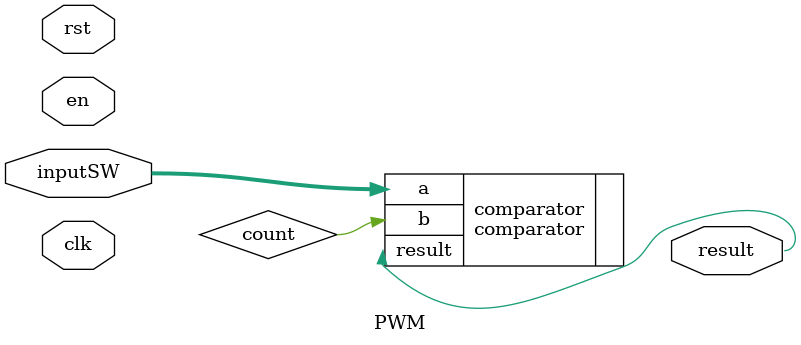
<source format=v>
`timescale 1ns / 1ps



module PWM(
    input [3:0] inputSW,
    input clk, rst, en,
    output result
    );
  
    
    wire[3:0] tmpCount; 
    UPCOUNT upcounter(
    .clk(clk), 
    .rst(rst), 
    .en(en),
    .count(tmpCount)
    );
    
    comparator comparator(
    .a(inputSW), 
    .b(count),
    .result(result)
    );
endmodule

</source>
